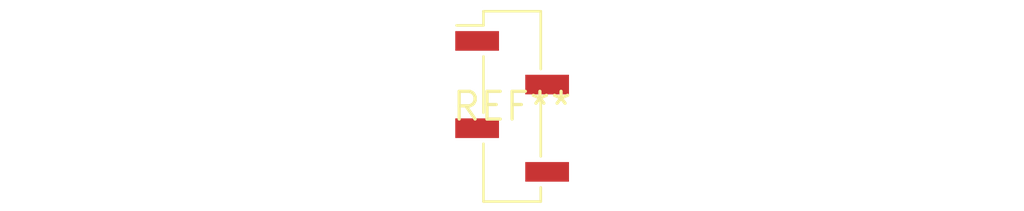
<source format=kicad_pcb>
(kicad_pcb (version 20240108) (generator pcbnew)
  (layers (0 "F.Cu" signal) (31 "B.Cu" signal) (34 "B.Paste" user) (35 "F.Paste" user) (36 "B.SilkS" user "B.Silkscreen") (37 "F.SilkS" user "F.Silkscreen") (38 "B.Mask" user) (39 "F.Mask" user) (44 "Edge.Cuts" user))
  (net 0 "")
  (footprint "PinSocket_1x04_P2.00mm_Vertical_SMD_Pin1Left" (layer "F.Cu") (at 0 0)
    (property "Reference" "REF**")
    (property "Value" "PinSocket_1x04_P2.00mm_Vertical_SMD_Pin1Left")
    (fp_line (start -2.54 -3.71) (end -1.31 -3.71) (layer "F.SilkS") (stroke (width 0.12)))
    (fp_line (start -1.31 -4.36) (end -1.31 -3.71) (layer "F.SilkS") (stroke (width 0.12)))
    (fp_line (start -1.31 -4.36) (end 1.31 -4.36) (layer "F.SilkS") (stroke (width 0.12)))
    (fp_line (start -1.31 -2.29) (end -1.31 0.29) (layer "F.SilkS") (stroke (width 0.12)))
    (fp_line (start -1.31 1.71) (end -1.31 4.36) (layer "F.SilkS") (stroke (width 0.12)))
    (fp_line (start -1.31 4.36) (end 1.31 4.36) (layer "F.SilkS") (stroke (width 0.12)))
    (fp_line (start 1.31 -4.36) (end 1.31 -1.71) (layer "F.SilkS") (stroke (width 0.12)))
    (fp_line (start 1.31 -0.29) (end 1.31 2.29) (layer "F.SilkS") (stroke (width 0.12)))
    (fp_line (start 1.31 3.71) (end 1.31 4.36) (layer "F.SilkS") (stroke (width 0.12)))
    (pad "1" smd rect (at -1.6 -3) (size 2 0.9) (layers "F.Cu" "F.Paste" "F.Mask"))
    (pad "2" smd rect (at 1.6 -1) (size 2 0.9) (layers "F.Cu" "F.Paste" "F.Mask"))
    (pad "3" smd rect (at -1.6 1) (size 2 0.9) (layers "F.Cu" "F.Paste" "F.Mask"))
    (pad "4" smd rect (at 1.6 3) (size 2 0.9) (layers "F.Cu" "F.Paste" "F.Mask"))
  )
)
</source>
